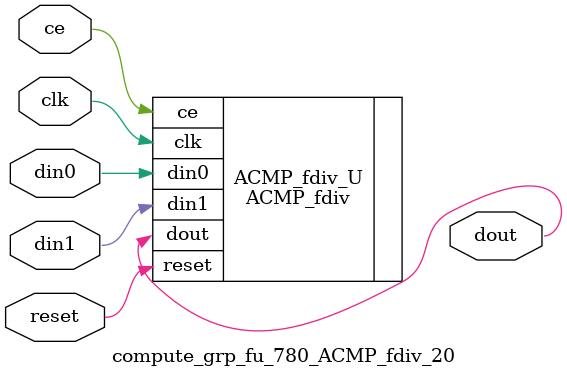
<source format=v>

`timescale 1 ns / 1 ps
module compute_grp_fu_780_ACMP_fdiv_20(
    clk,
    reset,
    ce,
    din0,
    din1,
    dout);

parameter ID = 32'd1;
parameter NUM_STAGE = 32'd1;
parameter din0_WIDTH = 32'd1;
parameter din1_WIDTH = 32'd1;
parameter dout_WIDTH = 32'd1;
input clk;
input reset;
input ce;
input[din0_WIDTH - 1:0] din0;
input[din1_WIDTH - 1:0] din1;
output[dout_WIDTH - 1:0] dout;



ACMP_fdiv #(
.ID( ID ),
.NUM_STAGE( 10 ),
.din0_WIDTH( din0_WIDTH ),
.din1_WIDTH( din1_WIDTH ),
.dout_WIDTH( dout_WIDTH ))
ACMP_fdiv_U(
    .clk( clk ),
    .reset( reset ),
    .ce( ce ),
    .din0( din0 ),
    .din1( din1 ),
    .dout( dout ));

endmodule

</source>
